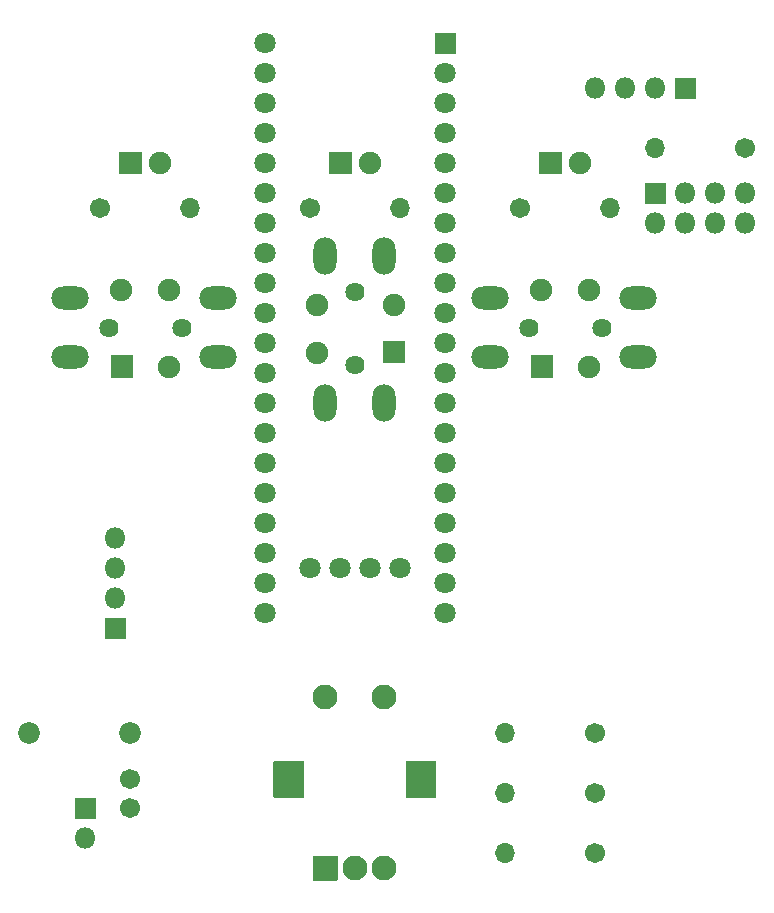
<source format=gbr>
%TF.GenerationSoftware,KiCad,Pcbnew,(5.1.9)-1*%
%TF.CreationDate,2021-06-17T08:41:36-07:00*%
%TF.ProjectId,knob_v1,6b6e6f62-5f76-4312-9e6b-696361645f70,rev?*%
%TF.SameCoordinates,Original*%
%TF.FileFunction,Soldermask,Top*%
%TF.FilePolarity,Negative*%
%FSLAX46Y46*%
G04 Gerber Fmt 4.6, Leading zero omitted, Abs format (unit mm)*
G04 Created by KiCad (PCBNEW (5.1.9)-1) date 2021-06-17 08:41:36*
%MOMM*%
%LPD*%
G01*
G04 APERTURE LIST*
%ADD10O,1.801600X1.801600*%
%ADD11O,1.701600X1.701600*%
%ADD12C,1.701600*%
%ADD13C,1.901600*%
%ADD14C,1.625600*%
%ADD15C,1.834600*%
%ADD16C,1.801600*%
%ADD17C,2.101600*%
%ADD18O,3.149600X1.951600*%
%ADD19O,1.951600X3.149600*%
G04 APERTURE END LIST*
D10*
%TO.C,J1*%
X124460000Y-50800000D03*
X127000000Y-50800000D03*
X129540000Y-50800000D03*
G36*
G01*
X132930000Y-51700800D02*
X131230000Y-51700800D01*
G75*
G02*
X131179200Y-51650000I0J50800D01*
G01*
X131179200Y-49950000D01*
G75*
G02*
X131230000Y-49899200I50800J0D01*
G01*
X132930000Y-49899200D01*
G75*
G02*
X132980800Y-49950000I0J-50800D01*
G01*
X132980800Y-51650000D01*
G75*
G02*
X132930000Y-51700800I-50800J0D01*
G01*
G37*
%TD*%
D11*
%TO.C,R7*%
X129540000Y-55880000D03*
D12*
X137160000Y-55880000D03*
%TD*%
D13*
%TO.C,SW3A1*%
X123920000Y-74370000D03*
G36*
G01*
X118969200Y-75270000D02*
X118969200Y-73470000D01*
G75*
G02*
X119020000Y-73419200I50800J0D01*
G01*
X120820000Y-73419200D01*
G75*
G02*
X120870800Y-73470000I0J-50800D01*
G01*
X120870800Y-75270000D01*
G75*
G02*
X120820000Y-75320800I-50800J0D01*
G01*
X119020000Y-75320800D01*
G75*
G02*
X118969200Y-75270000I0J50800D01*
G01*
G37*
X119820000Y-67870000D03*
X123920000Y-67870000D03*
D14*
X118820000Y-71120000D03*
X125020000Y-71120000D03*
%TD*%
D13*
%TO.C,SW2A1*%
X107390000Y-69120000D03*
G36*
G01*
X108290000Y-74070800D02*
X106490000Y-74070800D01*
G75*
G02*
X106439200Y-74020000I0J50800D01*
G01*
X106439200Y-72220000D01*
G75*
G02*
X106490000Y-72169200I50800J0D01*
G01*
X108290000Y-72169200D01*
G75*
G02*
X108340800Y-72220000I0J-50800D01*
G01*
X108340800Y-74020000D01*
G75*
G02*
X108290000Y-74070800I-50800J0D01*
G01*
G37*
X100890000Y-73220000D03*
X100890000Y-69120000D03*
D14*
X104140000Y-74220000D03*
X104140000Y-68020000D03*
%TD*%
D13*
%TO.C,SW1A1*%
X88360000Y-74370000D03*
G36*
G01*
X83409200Y-75270000D02*
X83409200Y-73470000D01*
G75*
G02*
X83460000Y-73419200I50800J0D01*
G01*
X85260000Y-73419200D01*
G75*
G02*
X85310800Y-73470000I0J-50800D01*
G01*
X85310800Y-75270000D01*
G75*
G02*
X85260000Y-75320800I-50800J0D01*
G01*
X83460000Y-75320800D01*
G75*
G02*
X83409200Y-75270000I0J50800D01*
G01*
G37*
X84260000Y-67870000D03*
X88360000Y-67870000D03*
D14*
X83260000Y-71120000D03*
X89460000Y-71120000D03*
%TD*%
D15*
%TO.C,Z1*%
X76530000Y-105410000D03*
X85090000Y-105410000D03*
%TD*%
D16*
%TO.C,U1*%
X111760000Y-95250000D03*
X96520000Y-95250000D03*
X111760000Y-92710000D03*
X96520000Y-92710000D03*
X111760000Y-90170000D03*
X96520000Y-90170000D03*
X111760000Y-87630000D03*
X96520000Y-87630000D03*
X111760000Y-85090000D03*
X96520000Y-85090000D03*
X111760000Y-82550000D03*
X96520000Y-82550000D03*
X111760000Y-80010000D03*
X96520000Y-80010000D03*
X111760000Y-77470000D03*
X96520000Y-77470000D03*
X111760000Y-74930000D03*
X96520000Y-74930000D03*
X111760000Y-72390000D03*
X96520000Y-72390000D03*
X111760000Y-69850000D03*
X96520000Y-69850000D03*
X111760000Y-67310000D03*
X96520000Y-67310000D03*
X111760000Y-64770000D03*
X96520000Y-64770000D03*
X111760000Y-62230000D03*
X96520000Y-62230000D03*
X111760000Y-59690000D03*
X96520000Y-59690000D03*
X111760000Y-57150000D03*
X96520000Y-57150000D03*
X111760000Y-54610000D03*
X96520000Y-54610000D03*
X111760000Y-52070000D03*
X96520000Y-52070000D03*
X111760000Y-49530000D03*
X96520000Y-49530000D03*
G36*
G01*
X112660800Y-46140000D02*
X112660800Y-47840000D01*
G75*
G02*
X112610000Y-47890800I-50800J0D01*
G01*
X110910000Y-47890800D01*
G75*
G02*
X110859200Y-47840000I0J50800D01*
G01*
X110859200Y-46140000D01*
G75*
G02*
X110910000Y-46089200I50800J0D01*
G01*
X112610000Y-46089200D01*
G75*
G02*
X112660800Y-46140000I0J-50800D01*
G01*
G37*
X96520000Y-46990000D03*
X100330000Y-91440000D03*
X102870000Y-91440000D03*
X105410000Y-91440000D03*
X107950000Y-91440000D03*
%TD*%
%TO.C,SW4*%
G36*
G01*
X102600000Y-117890800D02*
X100600000Y-117890800D01*
G75*
G02*
X100549200Y-117840000I0J50800D01*
G01*
X100549200Y-115840000D01*
G75*
G02*
X100600000Y-115789200I50800J0D01*
G01*
X102600000Y-115789200D01*
G75*
G02*
X102650800Y-115840000I0J-50800D01*
G01*
X102650800Y-117840000D01*
G75*
G02*
X102600000Y-117890800I-50800J0D01*
G01*
G37*
D17*
X104100000Y-116840000D03*
X106600000Y-116840000D03*
G36*
G01*
X99750000Y-110890800D02*
X97250000Y-110890800D01*
G75*
G02*
X97199200Y-110840000I0J50800D01*
G01*
X97199200Y-107840000D01*
G75*
G02*
X97250000Y-107789200I50800J0D01*
G01*
X99750000Y-107789200D01*
G75*
G02*
X99800800Y-107840000I0J-50800D01*
G01*
X99800800Y-110840000D01*
G75*
G02*
X99750000Y-110890800I-50800J0D01*
G01*
G37*
G36*
G01*
X110950000Y-110890800D02*
X108450000Y-110890800D01*
G75*
G02*
X108399200Y-110840000I0J50800D01*
G01*
X108399200Y-107840000D01*
G75*
G02*
X108450000Y-107789200I50800J0D01*
G01*
X110950000Y-107789200D01*
G75*
G02*
X111000800Y-107840000I0J-50800D01*
G01*
X111000800Y-110840000D01*
G75*
G02*
X110950000Y-110890800I-50800J0D01*
G01*
G37*
X101600000Y-102340000D03*
X106600000Y-102340000D03*
%TD*%
D10*
%TO.C,J4*%
X83820000Y-88900000D03*
X83820000Y-91440000D03*
X83820000Y-93980000D03*
G36*
G01*
X82919200Y-97370000D02*
X82919200Y-95670000D01*
G75*
G02*
X82970000Y-95619200I50800J0D01*
G01*
X84670000Y-95619200D01*
G75*
G02*
X84720800Y-95670000I0J-50800D01*
G01*
X84720800Y-97370000D01*
G75*
G02*
X84670000Y-97420800I-50800J0D01*
G01*
X82970000Y-97420800D01*
G75*
G02*
X82919200Y-97370000I0J50800D01*
G01*
G37*
%TD*%
%TO.C,J3*%
X81280000Y-114300000D03*
G36*
G01*
X82180800Y-110910000D02*
X82180800Y-112610000D01*
G75*
G02*
X82130000Y-112660800I-50800J0D01*
G01*
X80430000Y-112660800D01*
G75*
G02*
X80379200Y-112610000I0J50800D01*
G01*
X80379200Y-110910000D01*
G75*
G02*
X80430000Y-110859200I50800J0D01*
G01*
X82130000Y-110859200D01*
G75*
G02*
X82180800Y-110910000I0J-50800D01*
G01*
G37*
%TD*%
%TO.C,J2*%
X137160000Y-62230000D03*
X137160000Y-59690000D03*
X134620000Y-62230000D03*
X134620000Y-59690000D03*
X132080000Y-62230000D03*
X132080000Y-59690000D03*
X129540000Y-62230000D03*
G36*
G01*
X128690000Y-58789200D02*
X130390000Y-58789200D01*
G75*
G02*
X130440800Y-58840000I0J-50800D01*
G01*
X130440800Y-60540000D01*
G75*
G02*
X130390000Y-60590800I-50800J0D01*
G01*
X128690000Y-60590800D01*
G75*
G02*
X128639200Y-60540000I0J50800D01*
G01*
X128639200Y-58840000D01*
G75*
G02*
X128690000Y-58789200I50800J0D01*
G01*
G37*
%TD*%
D13*
%TO.C,D3*%
X123190000Y-57150000D03*
G36*
G01*
X119699200Y-58050000D02*
X119699200Y-56250000D01*
G75*
G02*
X119750000Y-56199200I50800J0D01*
G01*
X121550000Y-56199200D01*
G75*
G02*
X121600800Y-56250000I0J-50800D01*
G01*
X121600800Y-58050000D01*
G75*
G02*
X121550000Y-58100800I-50800J0D01*
G01*
X119750000Y-58100800D01*
G75*
G02*
X119699200Y-58050000I0J50800D01*
G01*
G37*
%TD*%
%TO.C,D2*%
X105410000Y-57150000D03*
G36*
G01*
X101919200Y-58050000D02*
X101919200Y-56250000D01*
G75*
G02*
X101970000Y-56199200I50800J0D01*
G01*
X103770000Y-56199200D01*
G75*
G02*
X103820800Y-56250000I0J-50800D01*
G01*
X103820800Y-58050000D01*
G75*
G02*
X103770000Y-58100800I-50800J0D01*
G01*
X101970000Y-58100800D01*
G75*
G02*
X101919200Y-58050000I0J50800D01*
G01*
G37*
%TD*%
%TO.C,D1*%
X87630000Y-57150000D03*
G36*
G01*
X84139200Y-58050000D02*
X84139200Y-56250000D01*
G75*
G02*
X84190000Y-56199200I50800J0D01*
G01*
X85990000Y-56199200D01*
G75*
G02*
X86040800Y-56250000I0J-50800D01*
G01*
X86040800Y-58050000D01*
G75*
G02*
X85990000Y-58100800I-50800J0D01*
G01*
X84190000Y-58100800D01*
G75*
G02*
X84139200Y-58050000I0J50800D01*
G01*
G37*
%TD*%
D12*
%TO.C,C1*%
X85090000Y-111760000D03*
X85090000Y-109260000D03*
%TD*%
D11*
%TO.C,R1*%
X116840000Y-105410000D03*
D12*
X124460000Y-105410000D03*
%TD*%
D11*
%TO.C,R2*%
X116840000Y-110490000D03*
D12*
X124460000Y-110490000D03*
%TD*%
%TO.C,R3*%
X124460000Y-115570000D03*
D11*
X116840000Y-115570000D03*
%TD*%
D12*
%TO.C,R4*%
X118110000Y-60960000D03*
D11*
X125730000Y-60960000D03*
%TD*%
D12*
%TO.C,R5*%
X100330000Y-60960000D03*
D11*
X107950000Y-60960000D03*
%TD*%
D12*
%TO.C,R6*%
X82550000Y-60960000D03*
D11*
X90170000Y-60960000D03*
%TD*%
D18*
%TO.C,SW1*%
X92510000Y-68580000D03*
X92510000Y-73580000D03*
X80010000Y-68580000D03*
X80010000Y-73580000D03*
%TD*%
D19*
%TO.C,SW2*%
X106600000Y-77470000D03*
X101600000Y-77470000D03*
X106600000Y-64970000D03*
X101600000Y-64970000D03*
%TD*%
D18*
%TO.C,SW3*%
X128070000Y-68580000D03*
X128070000Y-73580000D03*
X115570000Y-68580000D03*
X115570000Y-73580000D03*
%TD*%
M02*

</source>
